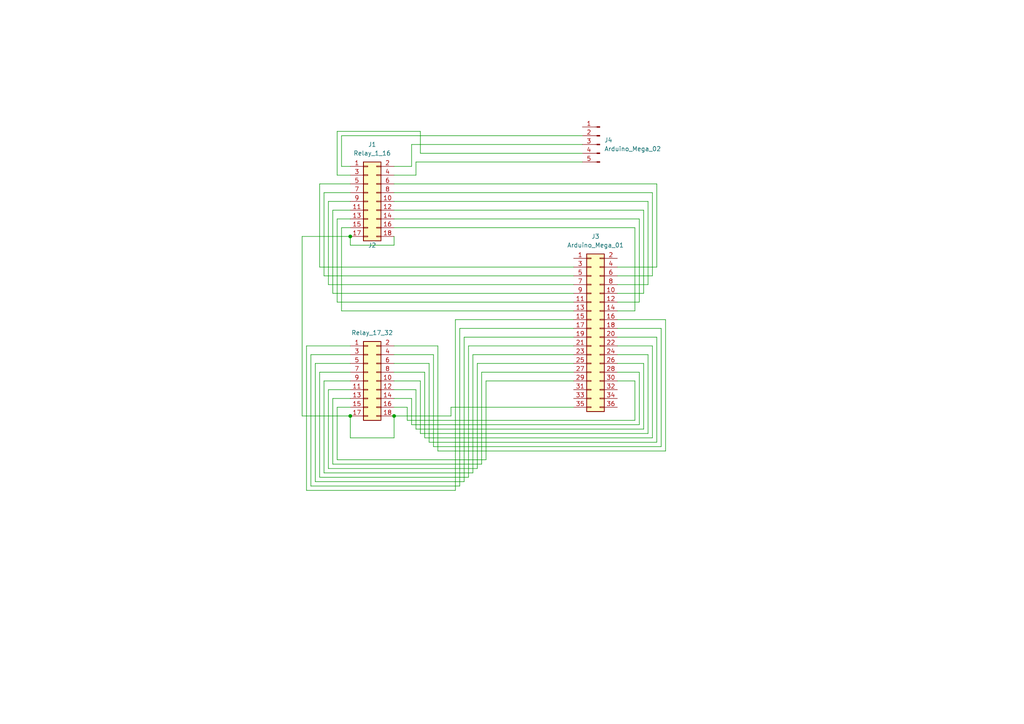
<source format=kicad_sch>
(kicad_sch (version 20211123) (generator eeschema)
  (paper "A4")
  (lib_symbols
    (symbol "Connector:Conn_01x05_Male" (pin_names (offset 1.016) hide)
      (property "Reference" "J" (at 0 7.62 0))
      (property "Value" "Conn_01x05_Male" (at 0 -7.62 0))
      (symbol "Conn_01x05_Male_1_1"
        (polyline (pts (xy 1.27 -5.08) (xy 0.8636 -5.08)) (stroke (width 0.1524)))
        (polyline (pts (xy 1.27 -2.54) (xy 0.8636 -2.54)) (stroke (width 0.1524)))
        (polyline (pts (xy 1.27 0) (xy 0.8636 0)) (stroke (width 0.1524)))
        (polyline (pts (xy 1.27 2.54) (xy 0.8636 2.54)) (stroke (width 0.1524)))
        (polyline (pts (xy 1.27 5.08) (xy 0.8636 5.08)) (stroke (width 0.1524)))
        (rectangle (start 0.8636 -4.953) (end 0 -5.207) (stroke (width 0.1524)) (fill (type outline)))
        (rectangle (start 0.8636 -2.413) (end 0 -2.667) (stroke (width 0.1524)) (fill (type outline)))
        (rectangle (start 0.8636 0.127) (end 0 -0.127) (stroke (width 0.1524)) (fill (type outline)))
        (rectangle (start 0.8636 2.667) (end 0 2.413) (stroke (width 0.1524)) (fill (type outline)))
        (rectangle (start 0.8636 5.207) (end 0 4.953) (stroke (width 0.1524)) (fill (type outline)))
        (pin passive line (at 5.08 5.08 180) (length 3.81) (name "Pin_1") (number "1"))
        (pin passive line (at 5.08 2.54 180) (length 3.81) (name "Pin_2") (number "2"))
        (pin passive line (at 5.08 0 180) (length 3.81) (name "Pin_3") (number "3"))
        (pin passive line (at 5.08 -2.54 180) (length 3.81) (name "Pin_4") (number "4"))
        (pin passive line (at 5.08 -5.08 180) (length 3.81) (name "Pin_5") (number "5"))
      )
    )
    (symbol "Connector_Generic:Conn_02x09_Odd_Even" (pin_names (offset 1.016) hide)
      (property "Reference" "J" (at 1.27 12.7 0))
      (property "Value" "Conn_02x09_Odd_Even" (at 1.27 -12.7 0))
      (symbol "Conn_02x09_Odd_Even_1_1"
        (rectangle (start -1.27 -10.033) (end 0 -10.287) (stroke (width 0.1524)))
        (rectangle (start -1.27 -7.493) (end 0 -7.747) (stroke (width 0.1524)))
        (rectangle (start -1.27 -4.953) (end 0 -5.207) (stroke (width 0.1524)))
        (rectangle (start -1.27 -2.413) (end 0 -2.667) (stroke (width 0.1524)))
        (rectangle (start -1.27 0.127) (end 0 -0.127) (stroke (width 0.1524)))
        (rectangle (start -1.27 2.667) (end 0 2.413) (stroke (width 0.1524)))
        (rectangle (start -1.27 5.207) (end 0 4.953) (stroke (width 0.1524)))
        (rectangle (start -1.27 7.747) (end 0 7.493) (stroke (width 0.1524)))
        (rectangle (start -1.27 10.287) (end 0 10.033) (stroke (width 0.1524)))
        (rectangle (start -1.27 11.43) (end 3.81 -11.43) (stroke (width 0.254)) (fill (type background)))
        (rectangle (start 3.81 -10.033) (end 2.54 -10.287) (stroke (width 0.1524)))
        (rectangle (start 3.81 -7.493) (end 2.54 -7.747) (stroke (width 0.1524)))
        (rectangle (start 3.81 -4.953) (end 2.54 -5.207) (stroke (width 0.1524)))
        (rectangle (start 3.81 -2.413) (end 2.54 -2.667) (stroke (width 0.1524)))
        (rectangle (start 3.81 0.127) (end 2.54 -0.127) (stroke (width 0.1524)))
        (rectangle (start 3.81 2.667) (end 2.54 2.413) (stroke (width 0.1524)))
        (rectangle (start 3.81 5.207) (end 2.54 4.953) (stroke (width 0.1524)))
        (rectangle (start 3.81 7.747) (end 2.54 7.493) (stroke (width 0.1524)))
        (rectangle (start 3.81 10.287) (end 2.54 10.033) (stroke (width 0.1524)))
        (pin passive line (at -5.08 10.16 0) (length 3.81) (name "Pin_1") (number "1"))
        (pin passive line (at 7.62 0 180) (length 3.81) (name "Pin_10") (number "10"))
        (pin passive line (at -5.08 -2.54 0) (length 3.81) (name "Pin_11") (number "11"))
        (pin passive line (at 7.62 -2.54 180) (length 3.81) (name "Pin_12") (number "12"))
        (pin passive line (at -5.08 -5.08 0) (length 3.81) (name "Pin_13") (number "13"))
        (pin passive line (at 7.62 -5.08 180) (length 3.81) (name "Pin_14") (number "14"))
        (pin passive line (at -5.08 -7.62 0) (length 3.81) (name "Pin_15") (number "15"))
        (pin passive line (at 7.62 -7.62 180) (length 3.81) (name "Pin_16") (number "16"))
        (pin passive line (at -5.08 -10.16 0) (length 3.81) (name "Pin_17") (number "17"))
        (pin passive line (at 7.62 -10.16 180) (length 3.81) (name "Pin_18") (number "18"))
        (pin passive line (at 7.62 10.16 180) (length 3.81) (name "Pin_2") (number "2"))
        (pin passive line (at -5.08 7.62 0) (length 3.81) (name "Pin_3") (number "3"))
        (pin passive line (at 7.62 7.62 180) (length 3.81) (name "Pin_4") (number "4"))
        (pin passive line (at -5.08 5.08 0) (length 3.81) (name "Pin_5") (number "5"))
        (pin passive line (at 7.62 5.08 180) (length 3.81) (name "Pin_6") (number "6"))
        (pin passive line (at -5.08 2.54 0) (length 3.81) (name "Pin_7") (number "7"))
        (pin passive line (at 7.62 2.54 180) (length 3.81) (name "Pin_8") (number "8"))
        (pin passive line (at -5.08 0 0) (length 3.81) (name "Pin_9") (number "9"))
      )
    )
    (symbol "Connector_Generic:Conn_02x18_Odd_Even" (pin_names (offset 1.016) hide)
      (property "Reference" "J" (at 1.27 22.86 0))
      (property "Value" "Conn_02x18_Odd_Even" (at 1.27 -25.4 0))
      (symbol "Conn_02x18_Odd_Even_1_1"
        (rectangle (start -1.27 -22.733) (end 0 -22.987) (stroke (width 0.1524)))
        (rectangle (start -1.27 -20.193) (end 0 -20.447) (stroke (width 0.1524)))
        (rectangle (start -1.27 -17.653) (end 0 -17.907) (stroke (width 0.1524)))
        (rectangle (start -1.27 -15.113) (end 0 -15.367) (stroke (width 0.1524)))
        (rectangle (start -1.27 -12.573) (end 0 -12.827) (stroke (width 0.1524)))
        (rectangle (start -1.27 -10.033) (end 0 -10.287) (stroke (width 0.1524)))
        (rectangle (start -1.27 -7.493) (end 0 -7.747) (stroke (width 0.1524)))
        (rectangle (start -1.27 -4.953) (end 0 -5.207) (stroke (width 0.1524)))
        (rectangle (start -1.27 -2.413) (end 0 -2.667) (stroke (width 0.1524)))
        (rectangle (start -1.27 0.127) (end 0 -0.127) (stroke (width 0.1524)))
        (rectangle (start -1.27 2.667) (end 0 2.413) (stroke (width 0.1524)))
        (rectangle (start -1.27 5.207) (end 0 4.953) (stroke (width 0.1524)))
        (rectangle (start -1.27 7.747) (end 0 7.493) (stroke (width 0.1524)))
        (rectangle (start -1.27 10.287) (end 0 10.033) (stroke (width 0.1524)))
        (rectangle (start -1.27 12.827) (end 0 12.573) (stroke (width 0.1524)))
        (rectangle (start -1.27 15.367) (end 0 15.113) (stroke (width 0.1524)))
        (rectangle (start -1.27 17.907) (end 0 17.653) (stroke (width 0.1524)))
        (rectangle (start -1.27 20.447) (end 0 20.193) (stroke (width 0.1524)))
        (rectangle (start -1.27 21.59) (end 3.81 -24.13) (stroke (width 0.254)) (fill (type background)))
        (rectangle (start 3.81 -22.733) (end 2.54 -22.987) (stroke (width 0.1524)))
        (rectangle (start 3.81 -20.193) (end 2.54 -20.447) (stroke (width 0.1524)))
        (rectangle (start 3.81 -17.653) (end 2.54 -17.907) (stroke (width 0.1524)))
        (rectangle (start 3.81 -15.113) (end 2.54 -15.367) (stroke (width 0.1524)))
        (rectangle (start 3.81 -12.573) (end 2.54 -12.827) (stroke (width 0.1524)))
        (rectangle (start 3.81 -10.033) (end 2.54 -10.287) (stroke (width 0.1524)))
        (rectangle (start 3.81 -7.493) (end 2.54 -7.747) (stroke (width 0.1524)))
        (rectangle (start 3.81 -4.953) (end 2.54 -5.207) (stroke (width 0.1524)))
        (rectangle (start 3.81 -2.413) (end 2.54 -2.667) (stroke (width 0.1524)))
        (rectangle (start 3.81 0.127) (end 2.54 -0.127) (stroke (width 0.1524)))
        (rectangle (start 3.81 2.667) (end 2.54 2.413) (stroke (width 0.1524)))
        (rectangle (start 3.81 5.207) (end 2.54 4.953) (stroke (width 0.1524)))
        (rectangle (start 3.81 7.747) (end 2.54 7.493) (stroke (width 0.1524)))
        (rectangle (start 3.81 10.287) (end 2.54 10.033) (stroke (width 0.1524)))
        (rectangle (start 3.81 12.827) (end 2.54 12.573) (stroke (width 0.1524)))
        (rectangle (start 3.81 15.367) (end 2.54 15.113) (stroke (width 0.1524)))
        (rectangle (start 3.81 17.907) (end 2.54 17.653) (stroke (width 0.1524)))
        (rectangle (start 3.81 20.447) (end 2.54 20.193) (stroke (width 0.1524)))
        (pin passive line (at -5.08 20.32 0) (length 3.81) (name "Pin_1") (number "1"))
        (pin passive line (at 7.62 10.16 180) (length 3.81) (name "Pin_10") (number "10"))
        (pin passive line (at -5.08 7.62 0) (length 3.81) (name "Pin_11") (number "11"))
        (pin passive line (at 7.62 7.62 180) (length 3.81) (name "Pin_12") (number "12"))
        (pin passive line (at -5.08 5.08 0) (length 3.81) (name "Pin_13") (number "13"))
        (pin passive line (at 7.62 5.08 180) (length 3.81) (name "Pin_14") (number "14"))
        (pin passive line (at -5.08 2.54 0) (length 3.81) (name "Pin_15") (number "15"))
        (pin passive line (at 7.62 2.54 180) (length 3.81) (name "Pin_16") (number "16"))
        (pin passive line (at -5.08 0 0) (length 3.81) (name "Pin_17") (number "17"))
        (pin passive line (at 7.62 0 180) (length 3.81) (name "Pin_18") (number "18"))
        (pin passive line (at -5.08 -2.54 0) (length 3.81) (name "Pin_19") (number "19"))
        (pin passive line (at 7.62 20.32 180) (length 3.81) (name "Pin_2") (number "2"))
        (pin passive line (at 7.62 -2.54 180) (length 3.81) (name "Pin_20") (number "20"))
        (pin passive line (at -5.08 -5.08 0) (length 3.81) (name "Pin_21") (number "21"))
        (pin passive line (at 7.62 -5.08 180) (length 3.81) (name "Pin_22") (number "22"))
        (pin passive line (at -5.08 -7.62 0) (length 3.81) (name "Pin_23") (number "23"))
        (pin passive line (at 7.62 -7.62 180) (length 3.81) (name "Pin_24") (number "24"))
        (pin passive line (at -5.08 -10.16 0) (length 3.81) (name "Pin_25") (number "25"))
        (pin passive line (at 7.62 -10.16 180) (length 3.81) (name "Pin_26") (number "26"))
        (pin passive line (at -5.08 -12.7 0) (length 3.81) (name "Pin_27") (number "27"))
        (pin passive line (at 7.62 -12.7 180) (length 3.81) (name "Pin_28") (number "28"))
        (pin passive line (at -5.08 -15.24 0) (length 3.81) (name "Pin_29") (number "29"))
        (pin passive line (at -5.08 17.78 0) (length 3.81) (name "Pin_3") (number "3"))
        (pin passive line (at 7.62 -15.24 180) (length 3.81) (name "Pin_30") (number "30"))
        (pin passive line (at -5.08 -17.78 0) (length 3.81) (name "Pin_31") (number "31"))
        (pin passive line (at 7.62 -17.78 180) (length 3.81) (name "Pin_32") (number "32"))
        (pin passive line (at -5.08 -20.32 0) (length 3.81) (name "Pin_33") (number "33"))
        (pin passive line (at 7.62 -20.32 180) (length 3.81) (name "Pin_34") (number "34"))
        (pin passive line (at -5.08 -22.86 0) (length 3.81) (name "Pin_35") (number "35"))
        (pin passive line (at 7.62 -22.86 180) (length 3.81) (name "Pin_36") (number "36"))
        (pin passive line (at 7.62 17.78 180) (length 3.81) (name "Pin_4") (number "4"))
        (pin passive line (at -5.08 15.24 0) (length 3.81) (name "Pin_5") (number "5"))
        (pin passive line (at 7.62 15.24 180) (length 3.81) (name "Pin_6") (number "6"))
        (pin passive line (at -5.08 12.7 0) (length 3.81) (name "Pin_7") (number "7"))
        (pin passive line (at 7.62 12.7 180) (length 3.81) (name "Pin_8") (number "8"))
        (pin passive line (at -5.08 10.16 0) (length 3.81) (name "Pin_9") (number "9"))
      )
    )
  )
  (junction (at 101.6 68.58))
  (junction (at 101.6 120.65))
  (junction (at 114.3 120.65))
  (wire (pts (xy 124.46 105.41) (xy 124.46 128.27)))
  (wire (pts (xy 185.42 87.63) (xy 185.42 63.5)))
  (wire (pts (xy 186.69 85.09) (xy 179.07 85.09)))
  (wire (pts (xy 93.98 110.49) (xy 101.6 110.49)))
  (wire (pts (xy 120.65 113.03) (xy 120.65 124.46)))
  (wire (pts (xy 189.23 80.01) (xy 179.07 80.01)))
  (wire (pts (xy 187.96 58.42) (xy 187.96 82.55)))
  (wire (pts (xy 166.37 95.25) (xy 133.35 95.25)))
  (wire (pts (xy 139.7 107.95) (xy 139.7 134.62)))
  (wire (pts (xy 114.3 53.34) (xy 190.5 53.34)))
  (wire (pts (xy 166.37 85.09) (xy 96.52 85.09)))
  (wire (pts (xy 184.15 66.04) (xy 184.15 90.17)))
  (wire (pts (xy 114.3 107.95) (xy 123.19 107.95)))
  (wire (pts (xy 132.08 92.71) (xy 166.37 92.71)))
  (wire (pts (xy 120.65 50.8) (xy 114.3 50.8)))
  (wire (pts (xy 114.3 71.12) (xy 101.6 71.12)))
  (wire (pts (xy 137.16 102.87) (xy 137.16 137.16)))
  (wire (pts (xy 87.63 68.58) (xy 87.63 120.65)))
  (wire (pts (xy 92.71 77.47) (xy 166.37 77.47)))
  (wire (pts (xy 97.79 63.5) (xy 101.6 63.5)))
  (wire (pts (xy 91.44 105.41) (xy 101.6 105.41)))
  (wire (pts (xy 118.11 121.92) (xy 184.15 121.92)))
  (wire (pts (xy 95.25 82.55) (xy 166.37 82.55)))
  (wire (pts (xy 119.38 115.57) (xy 114.3 115.57)))
  (wire (pts (xy 101.6 58.42) (xy 95.25 58.42)))
  (wire (pts (xy 88.9 100.33) (xy 88.9 142.24)))
  (wire (pts (xy 166.37 105.41) (xy 138.43 105.41)))
  (wire (pts (xy 190.5 77.47) (xy 179.07 77.47)))
  (wire (pts (xy 87.63 120.65) (xy 101.6 120.65)))
  (wire (pts (xy 97.79 38.1) (xy 97.79 50.8)))
  (wire (pts (xy 166.37 110.49) (xy 140.97 110.49)))
  (wire (pts (xy 95.25 135.89) (xy 95.25 113.03)))
  (wire (pts (xy 114.3 120.65) (xy 114.3 127)))
  (wire (pts (xy 179.07 100.33) (xy 189.23 100.33)))
  (wire (pts (xy 99.06 90.17) (xy 166.37 90.17)))
  (wire (pts (xy 133.35 95.25) (xy 133.35 140.97)))
  (wire (pts (xy 119.38 123.19) (xy 119.38 115.57)))
  (wire (pts (xy 90.17 102.87) (xy 101.6 102.87)))
  (wire (pts (xy 97.79 63.5) (xy 97.79 87.63)))
  (wire (pts (xy 97.79 50.8) (xy 101.6 50.8)))
  (wire (pts (xy 92.71 53.34) (xy 92.71 77.47)))
  (wire (pts (xy 189.23 55.88) (xy 189.23 80.01)))
  (wire (pts (xy 121.92 125.73) (xy 121.92 110.49)))
  (wire (pts (xy 99.06 48.26) (xy 101.6 48.26)))
  (wire (pts (xy 185.42 107.95) (xy 185.42 123.19)))
  (wire (pts (xy 91.44 139.7) (xy 91.44 105.41)))
  (wire (pts (xy 138.43 105.41) (xy 138.43 135.89)))
  (wire (pts (xy 133.35 140.97) (xy 90.17 140.97)))
  (wire (pts (xy 123.19 107.95) (xy 123.19 127)))
  (wire (pts (xy 140.97 110.49) (xy 140.97 133.35)))
  (wire (pts (xy 187.96 102.87) (xy 187.96 125.73)))
  (wire (pts (xy 186.69 105.41) (xy 186.69 124.46)))
  (wire (pts (xy 99.06 66.04) (xy 99.06 90.17)))
  (wire (pts (xy 127 100.33) (xy 127 130.81)))
  (wire (pts (xy 191.77 95.25) (xy 179.07 95.25)))
  (wire (pts (xy 93.98 137.16) (xy 93.98 110.49)))
  (wire (pts (xy 120.65 124.46) (xy 186.69 124.46)))
  (wire (pts (xy 179.07 107.95) (xy 185.42 107.95)))
  (wire (pts (xy 119.38 48.26) (xy 114.3 48.26)))
  (wire (pts (xy 140.97 133.35) (xy 97.79 133.35)))
  (wire (pts (xy 138.43 135.89) (xy 95.25 135.89)))
  (wire (pts (xy 166.37 118.11) (xy 130.81 118.11)))
  (wire (pts (xy 184.15 110.49) (xy 184.15 121.92)))
  (wire (pts (xy 97.79 118.11) (xy 101.6 118.11)))
  (wire (pts (xy 193.04 130.81) (xy 193.04 92.71)))
  (wire (pts (xy 185.42 63.5) (xy 114.3 63.5)))
  (wire (pts (xy 130.81 120.65) (xy 114.3 120.65)))
  (wire (pts (xy 166.37 97.79) (xy 134.62 97.79)))
  (wire (pts (xy 134.62 97.79) (xy 134.62 139.7)))
  (wire (pts (xy 114.3 105.41) (xy 124.46 105.41)))
  (wire (pts (xy 114.3 58.42) (xy 187.96 58.42)))
  (wire (pts (xy 187.96 82.55) (xy 179.07 82.55)))
  (wire (pts (xy 121.92 38.1) (xy 97.79 38.1)))
  (wire (pts (xy 185.42 123.19) (xy 119.38 123.19)))
  (wire (pts (xy 124.46 128.27) (xy 190.5 128.27)))
  (wire (pts (xy 135.89 100.33) (xy 135.89 138.43)))
  (wire (pts (xy 139.7 134.62) (xy 96.52 134.62)))
  (wire (pts (xy 184.15 90.17) (xy 179.07 90.17)))
  (wire (pts (xy 168.91 41.91) (xy 119.38 41.91)))
  (wire (pts (xy 168.91 39.37) (xy 99.06 39.37)))
  (wire (pts (xy 114.3 118.11) (xy 118.11 118.11)))
  (wire (pts (xy 101.6 71.12) (xy 101.6 68.58)))
  (wire (pts (xy 179.07 105.41) (xy 186.69 105.41)))
  (wire (pts (xy 190.5 128.27) (xy 190.5 97.79)))
  (wire (pts (xy 93.98 80.01) (xy 93.98 55.88)))
  (wire (pts (xy 187.96 125.73) (xy 121.92 125.73)))
  (wire (pts (xy 93.98 55.88) (xy 101.6 55.88)))
  (wire (pts (xy 96.52 134.62) (xy 96.52 115.57)))
  (wire (pts (xy 114.3 110.49) (xy 121.92 110.49)))
  (wire (pts (xy 99.06 39.37) (xy 99.06 48.26)))
  (wire (pts (xy 179.07 87.63) (xy 185.42 87.63)))
  (wire (pts (xy 101.6 68.58) (xy 87.63 68.58)))
  (wire (pts (xy 101.6 100.33) (xy 88.9 100.33)))
  (wire (pts (xy 186.69 60.96) (xy 186.69 85.09)))
  (wire (pts (xy 88.9 142.24) (xy 132.08 142.24)))
  (wire (pts (xy 193.04 92.71) (xy 179.07 92.71)))
  (wire (pts (xy 190.5 97.79) (xy 179.07 97.79)))
  (wire (pts (xy 187.96 102.87) (xy 179.07 102.87)))
  (wire (pts (xy 114.3 100.33) (xy 127 100.33)))
  (wire (pts (xy 92.71 107.95) (xy 101.6 107.95)))
  (wire (pts (xy 114.3 113.03) (xy 120.65 113.03)))
  (wire (pts (xy 125.73 129.54) (xy 191.77 129.54)))
  (wire (pts (xy 120.65 46.99) (xy 120.65 50.8)))
  (wire (pts (xy 125.73 102.87) (xy 125.73 129.54)))
  (wire (pts (xy 135.89 138.43) (xy 92.71 138.43)))
  (wire (pts (xy 119.38 41.91) (xy 119.38 48.26)))
  (wire (pts (xy 114.3 127) (xy 101.6 127)))
  (wire (pts (xy 92.71 138.43) (xy 92.71 107.95)))
  (wire (pts (xy 179.07 110.49) (xy 184.15 110.49)))
  (wire (pts (xy 166.37 107.95) (xy 139.7 107.95)))
  (wire (pts (xy 90.17 140.97) (xy 90.17 102.87)))
  (wire (pts (xy 96.52 60.96) (xy 101.6 60.96)))
  (wire (pts (xy 134.62 139.7) (xy 91.44 139.7)))
  (wire (pts (xy 123.19 127) (xy 189.23 127)))
  (wire (pts (xy 114.3 60.96) (xy 186.69 60.96)))
  (wire (pts (xy 166.37 80.01) (xy 93.98 80.01)))
  (wire (pts (xy 166.37 102.87) (xy 137.16 102.87)))
  (wire (pts (xy 97.79 133.35) (xy 97.79 118.11)))
  (wire (pts (xy 132.08 142.24) (xy 132.08 92.71)))
  (wire (pts (xy 191.77 129.54) (xy 191.77 95.25)))
  (wire (pts (xy 99.06 66.04) (xy 101.6 66.04)))
  (wire (pts (xy 130.81 118.11) (xy 130.81 120.65)))
  (wire (pts (xy 166.37 100.33) (xy 135.89 100.33)))
  (wire (pts (xy 96.52 85.09) (xy 96.52 60.96)))
  (wire (pts (xy 95.25 113.03) (xy 101.6 113.03)))
  (wire (pts (xy 114.3 66.04) (xy 184.15 66.04)))
  (wire (pts (xy 96.52 115.57) (xy 101.6 115.57)))
  (wire (pts (xy 114.3 102.87) (xy 125.73 102.87)))
  (wire (pts (xy 118.11 118.11) (xy 118.11 121.92)))
  (wire (pts (xy 168.91 46.99) (xy 120.65 46.99)))
  (wire (pts (xy 190.5 53.34) (xy 190.5 77.47)))
  (wire (pts (xy 127 130.81) (xy 193.04 130.81)))
  (wire (pts (xy 114.3 68.58) (xy 114.3 71.12)))
  (wire (pts (xy 168.91 44.45) (xy 121.92 44.45)))
  (wire (pts (xy 97.79 87.63) (xy 166.37 87.63)))
  (wire (pts (xy 114.3 55.88) (xy 189.23 55.88)))
  (wire (pts (xy 101.6 53.34) (xy 92.71 53.34)))
  (wire (pts (xy 95.25 58.42) (xy 95.25 82.55)))
  (wire (pts (xy 101.6 120.65) (xy 101.6 127)))
  (wire (pts (xy 137.16 137.16) (xy 93.98 137.16)))
  (wire (pts (xy 189.23 127) (xy 189.23 100.33)))
  (wire (pts (xy 121.92 44.45) (xy 121.92 38.1)))
  (symbol (lib_id "Connector_Generic:Conn_02x18_Odd_Even") (at 171.45 95.25 0) (unit 1)
    (property "Reference" "J3" (at 172.72 68.58 0))
    (property "Value" "Arduino_Mega_01" (at 172.72 71.12 0))
    (property "Footprint" "Connector_PinHeader_2.54mm:PinHeader_2x18_P2.54mm_Vertical" (effects hide))
  )
  (symbol (lib_id "Connector_Generic:Conn_02x09_Odd_Even") (at 106.68 58.42 0) (unit 1)
    (property "Reference" "J1" (at 107.95 41.91 0))
    (property "Value" "Relay_1_16" (at 107.95 44.45 0))
    (property "Footprint" "Connector_PinHeader_2.54mm:PinHeader_2x09_P2.54mm_Vertical" (effects hide))
  )
  (symbol (lib_id "Connector_Generic:Conn_02x09_Odd_Even") (at 106.68 110.49 0) (unit 1)
    (property "Reference" "J2" (at 107.95 71.12 0))
    (property "Value" "Relay_17_32" (at 107.95 96.52 0))
    (property "Footprint" "Connector_PinHeader_2.54mm:PinHeader_2x09_P2.54mm_Vertical" (effects hide))
  )
  (symbol (lib_id "Connector:Conn_01x05_Male") (at 173.99 41.91 0) (mirror y) (unit 1)
    (property "Reference" "J4" (at 175.26 40.6399 0) (effects (justify right)))
    (property "Value" "Arduino_Mega_02" (at 175.26 43.1799 0) (effects (justify right)))
    (property "Footprint" "Connector_PinHeader_2.54mm:PinHeader_1x05_P2.54mm_Vertical" (effects hide))
  )
)
</source>
